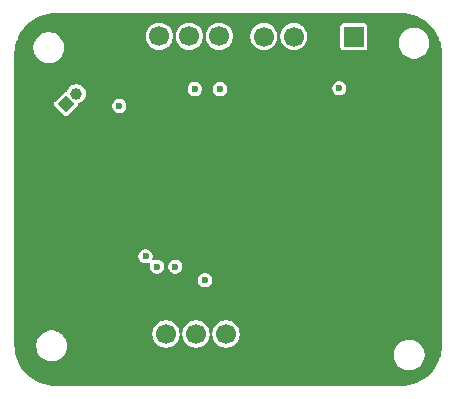
<source format=gbr>
%TF.GenerationSoftware,KiCad,Pcbnew,9.0.7-9.0.7~ubuntu24.04.1*%
%TF.CreationDate,2026-02-28T14:15:44+03:00*%
%TF.ProjectId,Kiicad_project,4b696963-6164-45f7-9072-6f6a6563742e,rev?*%
%TF.SameCoordinates,Original*%
%TF.FileFunction,Copper,L3,Inr*%
%TF.FilePolarity,Positive*%
%FSLAX46Y46*%
G04 Gerber Fmt 4.6, Leading zero omitted, Abs format (unit mm)*
G04 Created by KiCad (PCBNEW 9.0.7-9.0.7~ubuntu24.04.1) date 2026-02-28 14:15:44*
%MOMM*%
%LPD*%
G01*
G04 APERTURE LIST*
G04 Aperture macros list*
%AMRotRect*
0 Rectangle, with rotation*
0 The origin of the aperture is its center*
0 $1 length*
0 $2 width*
0 $3 Rotation angle, in degrees counterclockwise*
0 Add horizontal line*
21,1,$1,$2,0,0,$3*%
G04 Aperture macros list end*
%TA.AperFunction,ComponentPad*%
%ADD10RotRect,1.000000X1.000000X135.000000*%
%TD*%
%TA.AperFunction,ComponentPad*%
%ADD11C,1.000000*%
%TD*%
%TA.AperFunction,ComponentPad*%
%ADD12R,1.700000X1.700000*%
%TD*%
%TA.AperFunction,ComponentPad*%
%ADD13C,1.700000*%
%TD*%
%TA.AperFunction,ViaPad*%
%ADD14C,0.600000*%
%TD*%
G04 APERTURE END LIST*
D10*
%TO.N,+3.3V*%
%TO.C,J4*%
X54078949Y-68171051D03*
D11*
%TO.N,/BOOT*%
X54976975Y-67273025D03*
%TO.N,GND*%
X55875000Y-66375000D03*
%TD*%
D12*
%TO.N,GND*%
%TO.C,J3*%
X59445001Y-62425000D03*
D13*
%TO.N,+3.3V*%
X61985001Y-62425000D03*
%TO.N,/I2C_SDA*%
X64525000Y-62425000D03*
%TO.N,/I2C_SCL*%
X67065001Y-62425000D03*
%TD*%
D12*
%TO.N,GND*%
%TO.C,J2*%
X70185000Y-87625000D03*
D13*
%TO.N,+3.3V*%
X67645000Y-87625000D03*
%TO.N,/UART_RX*%
X65105001Y-87625000D03*
%TO.N,/UART_TX*%
X62565000Y-87625000D03*
%TD*%
D12*
%TO.N,+3.3V*%
%TO.C,J5*%
X78465000Y-62450000D03*
D13*
%TO.N,GND*%
X75925000Y-62450000D03*
%TO.N,/SWDIO*%
X73385001Y-62450000D03*
%TO.N,/SWCLK*%
X70845000Y-62450000D03*
%TD*%
D14*
%TO.N,GND*%
X79050000Y-76825000D03*
X75875000Y-64700000D03*
X51800000Y-70850000D03*
X59775000Y-77275000D03*
X68750000Y-81200000D03*
%TO.N,+3.3V*%
X58600000Y-68325000D03*
X65000001Y-66875000D03*
X67125001Y-66875000D03*
X77225000Y-66825000D03*
X65865000Y-83065000D03*
X60825000Y-81050000D03*
%TO.N,GND*%
X79950000Y-81475000D03*
X70375000Y-65125000D03*
X65050000Y-76450000D03*
X58175000Y-78275000D03*
X75100000Y-73100000D03*
X67325000Y-75500000D03*
X80600000Y-82100000D03*
X55025000Y-76150000D03*
X79875000Y-80550000D03*
X59375000Y-64950000D03*
X69850000Y-77875000D03*
X65675000Y-72325000D03*
X60875000Y-73375000D03*
X68900000Y-73825000D03*
X54100000Y-79525000D03*
X55600000Y-74375000D03*
X80000000Y-67500000D03*
X80000000Y-72625000D03*
X70400000Y-84850000D03*
X81675000Y-80600000D03*
X68550000Y-76725000D03*
X69900000Y-75200000D03*
X57996142Y-75051777D03*
%TO.N,/NRST*%
X61800000Y-81925000D03*
X63350000Y-81925000D03*
%TD*%
%TA.AperFunction,Conductor*%
%TO.N,GND*%
G36*
X82452421Y-60450619D02*
G01*
X82481158Y-60452030D01*
X82788173Y-60467113D01*
X82797815Y-60468063D01*
X83127915Y-60517029D01*
X83137421Y-60518919D01*
X83461144Y-60600008D01*
X83470415Y-60602820D01*
X83784625Y-60715246D01*
X83793594Y-60718961D01*
X84095263Y-60861640D01*
X84103826Y-60866218D01*
X84390049Y-61037773D01*
X84398127Y-61043171D01*
X84666150Y-61241951D01*
X84673660Y-61248114D01*
X84920921Y-61472218D01*
X84927781Y-61479078D01*
X84973942Y-61530009D01*
X85151885Y-61726339D01*
X85158048Y-61733849D01*
X85356828Y-62001872D01*
X85362226Y-62009950D01*
X85533781Y-62296173D01*
X85538361Y-62304741D01*
X85681036Y-62606402D01*
X85684754Y-62615378D01*
X85797175Y-62929571D01*
X85799995Y-62938868D01*
X85881077Y-63262567D01*
X85882972Y-63272096D01*
X85931934Y-63602170D01*
X85932887Y-63611838D01*
X85949381Y-63947577D01*
X85949500Y-63952435D01*
X85949500Y-88522564D01*
X85949381Y-88527422D01*
X85932887Y-88863161D01*
X85931934Y-88872829D01*
X85882972Y-89202903D01*
X85881077Y-89212432D01*
X85799995Y-89536131D01*
X85797175Y-89545428D01*
X85684754Y-89859621D01*
X85681036Y-89868597D01*
X85538361Y-90170258D01*
X85533781Y-90178826D01*
X85362226Y-90465049D01*
X85356828Y-90473127D01*
X85158048Y-90741150D01*
X85151885Y-90748660D01*
X84927786Y-90995916D01*
X84920916Y-91002786D01*
X84673660Y-91226885D01*
X84666150Y-91233048D01*
X84398127Y-91431828D01*
X84390049Y-91437226D01*
X84103826Y-91608781D01*
X84095258Y-91613361D01*
X83793597Y-91756036D01*
X83784621Y-91759754D01*
X83470428Y-91872175D01*
X83461131Y-91874995D01*
X83137432Y-91956077D01*
X83127903Y-91957972D01*
X82797829Y-92006934D01*
X82788161Y-92007887D01*
X82452422Y-92024381D01*
X82447564Y-92024500D01*
X53227436Y-92024500D01*
X53222578Y-92024381D01*
X52886838Y-92007887D01*
X52877170Y-92006934D01*
X52547096Y-91957972D01*
X52537567Y-91956077D01*
X52213868Y-91874995D01*
X52204571Y-91872175D01*
X51890378Y-91759754D01*
X51881402Y-91756036D01*
X51579741Y-91613361D01*
X51571173Y-91608781D01*
X51284950Y-91437226D01*
X51276872Y-91431828D01*
X51008849Y-91233048D01*
X51001339Y-91226885D01*
X50754083Y-91002786D01*
X50747218Y-90995921D01*
X50523114Y-90748660D01*
X50516951Y-90741150D01*
X50318171Y-90473127D01*
X50312773Y-90465049D01*
X50183223Y-90248908D01*
X50141216Y-90178823D01*
X50136638Y-90170258D01*
X50005730Y-89893477D01*
X49993961Y-89868594D01*
X49990245Y-89859621D01*
X49946473Y-89737287D01*
X49877820Y-89545415D01*
X49875008Y-89536144D01*
X49793919Y-89212421D01*
X49792029Y-89202915D01*
X49743063Y-88872815D01*
X49742113Y-88863173D01*
X49725619Y-88527421D01*
X49725502Y-88522644D01*
X51574500Y-88522644D01*
X51574500Y-88727355D01*
X51606521Y-88929529D01*
X51669780Y-89124219D01*
X51762712Y-89306609D01*
X51762714Y-89306613D01*
X51883029Y-89472213D01*
X51883031Y-89472215D01*
X51883034Y-89472219D01*
X52027781Y-89616966D01*
X52027784Y-89616968D01*
X52027786Y-89616970D01*
X52193386Y-89737285D01*
X52193390Y-89737287D01*
X52375781Y-89830220D01*
X52570466Y-89893477D01*
X52570467Y-89893477D01*
X52570470Y-89893478D01*
X52772645Y-89925500D01*
X52772648Y-89925500D01*
X52977355Y-89925500D01*
X53179529Y-89893478D01*
X53179530Y-89893477D01*
X53179534Y-89893477D01*
X53374219Y-89830220D01*
X53556610Y-89737287D01*
X53722219Y-89616966D01*
X53866966Y-89472219D01*
X53987287Y-89306610D01*
X53991855Y-89297644D01*
X81849500Y-89297644D01*
X81849500Y-89502355D01*
X81881521Y-89704529D01*
X81944780Y-89899219D01*
X82037712Y-90081609D01*
X82037714Y-90081613D01*
X82158029Y-90247213D01*
X82158031Y-90247215D01*
X82158034Y-90247219D01*
X82302781Y-90391966D01*
X82302784Y-90391968D01*
X82302786Y-90391970D01*
X82468386Y-90512285D01*
X82468390Y-90512287D01*
X82650781Y-90605220D01*
X82845466Y-90668477D01*
X82845467Y-90668477D01*
X82845470Y-90668478D01*
X83047645Y-90700500D01*
X83047648Y-90700500D01*
X83252355Y-90700500D01*
X83454529Y-90668478D01*
X83454530Y-90668477D01*
X83454534Y-90668477D01*
X83649219Y-90605220D01*
X83831610Y-90512287D01*
X83997219Y-90391966D01*
X84141966Y-90247219D01*
X84262287Y-90081610D01*
X84355220Y-89899219D01*
X84418477Y-89704534D01*
X84432347Y-89616966D01*
X84450500Y-89502355D01*
X84450500Y-89297644D01*
X84418478Y-89095470D01*
X84364562Y-88929534D01*
X84355220Y-88900781D01*
X84262287Y-88718390D01*
X84262285Y-88718386D01*
X84141970Y-88552786D01*
X84141968Y-88552784D01*
X84141966Y-88552781D01*
X83997219Y-88408034D01*
X83997215Y-88408031D01*
X83997213Y-88408029D01*
X83831613Y-88287714D01*
X83831609Y-88287712D01*
X83649219Y-88194780D01*
X83454529Y-88131521D01*
X83252355Y-88099500D01*
X83252352Y-88099500D01*
X83047648Y-88099500D01*
X83047645Y-88099500D01*
X82845470Y-88131521D01*
X82650780Y-88194780D01*
X82468390Y-88287712D01*
X82468386Y-88287714D01*
X82302786Y-88408029D01*
X82158029Y-88552786D01*
X82037714Y-88718386D01*
X82037712Y-88718390D01*
X81944780Y-88900780D01*
X81881521Y-89095470D01*
X81849500Y-89297644D01*
X53991855Y-89297644D01*
X54080220Y-89124219D01*
X54143477Y-88929534D01*
X54148031Y-88900781D01*
X54175500Y-88727355D01*
X54175500Y-88522644D01*
X54143478Y-88320470D01*
X54132835Y-88287713D01*
X54080220Y-88125781D01*
X53987287Y-87943390D01*
X53987285Y-87943386D01*
X53866970Y-87777786D01*
X53866968Y-87777784D01*
X53866966Y-87777781D01*
X53722219Y-87633034D01*
X53722215Y-87633031D01*
X53722213Y-87633029D01*
X53691420Y-87610657D01*
X53586530Y-87534450D01*
X61414500Y-87534450D01*
X61414500Y-87715549D01*
X61442828Y-87894406D01*
X61498788Y-88066637D01*
X61564080Y-88194780D01*
X61581004Y-88227994D01*
X61687447Y-88374501D01*
X61815499Y-88502553D01*
X61962006Y-88608996D01*
X62123361Y-88691211D01*
X62295591Y-88747171D01*
X62367136Y-88758502D01*
X62474451Y-88775500D01*
X62474454Y-88775500D01*
X62655549Y-88775500D01*
X62744977Y-88761335D01*
X62834409Y-88747171D01*
X63006639Y-88691211D01*
X63167994Y-88608996D01*
X63314501Y-88502553D01*
X63442553Y-88374501D01*
X63548996Y-88227994D01*
X63631211Y-88066639D01*
X63687171Y-87894409D01*
X63715500Y-87715546D01*
X63715500Y-87534454D01*
X63715500Y-87534450D01*
X63954501Y-87534450D01*
X63954501Y-87715549D01*
X63982829Y-87894406D01*
X64038789Y-88066637D01*
X64104081Y-88194780D01*
X64121005Y-88227994D01*
X64227448Y-88374501D01*
X64355500Y-88502553D01*
X64502007Y-88608996D01*
X64663362Y-88691211D01*
X64835592Y-88747171D01*
X64907137Y-88758502D01*
X65014452Y-88775500D01*
X65014455Y-88775500D01*
X65195550Y-88775500D01*
X65284978Y-88761335D01*
X65374410Y-88747171D01*
X65546640Y-88691211D01*
X65707995Y-88608996D01*
X65854502Y-88502553D01*
X65982554Y-88374501D01*
X66088997Y-88227994D01*
X66171212Y-88066639D01*
X66227172Y-87894409D01*
X66255501Y-87715546D01*
X66255501Y-87534454D01*
X66255501Y-87534450D01*
X66494500Y-87534450D01*
X66494500Y-87715549D01*
X66522828Y-87894406D01*
X66578788Y-88066637D01*
X66644080Y-88194780D01*
X66661004Y-88227994D01*
X66767447Y-88374501D01*
X66895499Y-88502553D01*
X67042006Y-88608996D01*
X67203361Y-88691211D01*
X67375591Y-88747171D01*
X67447136Y-88758502D01*
X67554451Y-88775500D01*
X67554454Y-88775500D01*
X67735549Y-88775500D01*
X67824977Y-88761335D01*
X67914409Y-88747171D01*
X68086639Y-88691211D01*
X68247994Y-88608996D01*
X68394501Y-88502553D01*
X68522553Y-88374501D01*
X68628996Y-88227994D01*
X68711211Y-88066639D01*
X68767171Y-87894409D01*
X68795500Y-87715546D01*
X68795500Y-87534454D01*
X68795500Y-87534450D01*
X68776614Y-87415212D01*
X68767171Y-87355591D01*
X68711211Y-87183361D01*
X68628996Y-87022006D01*
X68522553Y-86875499D01*
X68394501Y-86747447D01*
X68247994Y-86641004D01*
X68247993Y-86641003D01*
X68247991Y-86641002D01*
X68086637Y-86558788D01*
X67914406Y-86502828D01*
X67735549Y-86474500D01*
X67735546Y-86474500D01*
X67554454Y-86474500D01*
X67554451Y-86474500D01*
X67375593Y-86502828D01*
X67203362Y-86558788D01*
X67042008Y-86641002D01*
X66968752Y-86694225D01*
X66895499Y-86747447D01*
X66767447Y-86875499D01*
X66714225Y-86948752D01*
X66661002Y-87022008D01*
X66578788Y-87183362D01*
X66522828Y-87355593D01*
X66494500Y-87534450D01*
X66255501Y-87534450D01*
X66236615Y-87415212D01*
X66227172Y-87355591D01*
X66171212Y-87183361D01*
X66088997Y-87022006D01*
X65982554Y-86875499D01*
X65854502Y-86747447D01*
X65707995Y-86641004D01*
X65707994Y-86641003D01*
X65707992Y-86641002D01*
X65546638Y-86558788D01*
X65374407Y-86502828D01*
X65195550Y-86474500D01*
X65195547Y-86474500D01*
X65014455Y-86474500D01*
X65014452Y-86474500D01*
X64835594Y-86502828D01*
X64663363Y-86558788D01*
X64502009Y-86641002D01*
X64428753Y-86694225D01*
X64355500Y-86747447D01*
X64227448Y-86875499D01*
X64174226Y-86948752D01*
X64121003Y-87022008D01*
X64038789Y-87183362D01*
X63982829Y-87355593D01*
X63954501Y-87534450D01*
X63715500Y-87534450D01*
X63696614Y-87415212D01*
X63687171Y-87355591D01*
X63631211Y-87183361D01*
X63548996Y-87022006D01*
X63442553Y-86875499D01*
X63314501Y-86747447D01*
X63167994Y-86641004D01*
X63167993Y-86641003D01*
X63167991Y-86641002D01*
X63006637Y-86558788D01*
X62834406Y-86502828D01*
X62655549Y-86474500D01*
X62655546Y-86474500D01*
X62474454Y-86474500D01*
X62474451Y-86474500D01*
X62295593Y-86502828D01*
X62123362Y-86558788D01*
X61962008Y-86641002D01*
X61888752Y-86694225D01*
X61815499Y-86747447D01*
X61687447Y-86875499D01*
X61634225Y-86948752D01*
X61581002Y-87022008D01*
X61498788Y-87183362D01*
X61442828Y-87355593D01*
X61414500Y-87534450D01*
X53586530Y-87534450D01*
X53556613Y-87512714D01*
X53556609Y-87512712D01*
X53374219Y-87419780D01*
X53179529Y-87356521D01*
X52977355Y-87324500D01*
X52977352Y-87324500D01*
X52772648Y-87324500D01*
X52772645Y-87324500D01*
X52570470Y-87356521D01*
X52375780Y-87419780D01*
X52193390Y-87512712D01*
X52193386Y-87512714D01*
X52027786Y-87633029D01*
X51883029Y-87777786D01*
X51762714Y-87943386D01*
X51762712Y-87943390D01*
X51669780Y-88125780D01*
X51606521Y-88320470D01*
X51574500Y-88522644D01*
X49725502Y-88522644D01*
X49725500Y-88522564D01*
X49725500Y-82985943D01*
X65264500Y-82985943D01*
X65264500Y-83144057D01*
X65305423Y-83296784D01*
X65384480Y-83433716D01*
X65496284Y-83545520D01*
X65633216Y-83624577D01*
X65785943Y-83665500D01*
X65785945Y-83665500D01*
X65944055Y-83665500D01*
X65944057Y-83665500D01*
X66096784Y-83624577D01*
X66233716Y-83545520D01*
X66345520Y-83433716D01*
X66424577Y-83296784D01*
X66465500Y-83144057D01*
X66465500Y-82985943D01*
X66424577Y-82833216D01*
X66345520Y-82696284D01*
X66233716Y-82584480D01*
X66096784Y-82505423D01*
X65944057Y-82464500D01*
X65785943Y-82464500D01*
X65633216Y-82505423D01*
X65496284Y-82584480D01*
X65384480Y-82696284D01*
X65305423Y-82833216D01*
X65264500Y-82985943D01*
X49725500Y-82985943D01*
X49725500Y-80970943D01*
X60224500Y-80970943D01*
X60224500Y-81129057D01*
X60265423Y-81281784D01*
X60344480Y-81418716D01*
X60456284Y-81530520D01*
X60593216Y-81609577D01*
X60745943Y-81650500D01*
X60745945Y-81650500D01*
X60904055Y-81650500D01*
X60904057Y-81650500D01*
X61056784Y-81609577D01*
X61093558Y-81588345D01*
X61153405Y-81575624D01*
X61209300Y-81600510D01*
X61239893Y-81653498D01*
X61238684Y-81699705D01*
X61199500Y-81845943D01*
X61199500Y-82004057D01*
X61240423Y-82156784D01*
X61319480Y-82293716D01*
X61431284Y-82405520D01*
X61568216Y-82484577D01*
X61720943Y-82525500D01*
X61720945Y-82525500D01*
X61879055Y-82525500D01*
X61879057Y-82525500D01*
X62031784Y-82484577D01*
X62168716Y-82405520D01*
X62280520Y-82293716D01*
X62359577Y-82156784D01*
X62400500Y-82004057D01*
X62400500Y-81845943D01*
X62749500Y-81845943D01*
X62749500Y-82004057D01*
X62790423Y-82156784D01*
X62869480Y-82293716D01*
X62981284Y-82405520D01*
X63118216Y-82484577D01*
X63270943Y-82525500D01*
X63270945Y-82525500D01*
X63429055Y-82525500D01*
X63429057Y-82525500D01*
X63581784Y-82484577D01*
X63718716Y-82405520D01*
X63830520Y-82293716D01*
X63909577Y-82156784D01*
X63950500Y-82004057D01*
X63950500Y-81845943D01*
X63909577Y-81693216D01*
X63830520Y-81556284D01*
X63718716Y-81444480D01*
X63581784Y-81365423D01*
X63429057Y-81324500D01*
X63270943Y-81324500D01*
X63118216Y-81365423D01*
X62981284Y-81444480D01*
X62869480Y-81556284D01*
X62790423Y-81693216D01*
X62749500Y-81845943D01*
X62400500Y-81845943D01*
X62359577Y-81693216D01*
X62280520Y-81556284D01*
X62168716Y-81444480D01*
X62031784Y-81365423D01*
X61879057Y-81324500D01*
X61720943Y-81324500D01*
X61619125Y-81351782D01*
X61568215Y-81365423D01*
X61531440Y-81386655D01*
X61471592Y-81399374D01*
X61415697Y-81374487D01*
X61385105Y-81321498D01*
X61386314Y-81275298D01*
X61425500Y-81129057D01*
X61425500Y-80970943D01*
X61384577Y-80818216D01*
X61305520Y-80681284D01*
X61193716Y-80569480D01*
X61056784Y-80490423D01*
X60904057Y-80449500D01*
X60745943Y-80449500D01*
X60593216Y-80490423D01*
X60456284Y-80569480D01*
X60344480Y-80681284D01*
X60265423Y-80818216D01*
X60224500Y-80970943D01*
X49725500Y-80970943D01*
X49725500Y-68114879D01*
X53071342Y-68114879D01*
X53071342Y-68227225D01*
X53111926Y-68331983D01*
X53114232Y-68334895D01*
X53127632Y-68351812D01*
X53898188Y-69122366D01*
X53918016Y-69138073D01*
X54022776Y-69178658D01*
X54022777Y-69178658D01*
X54135121Y-69178658D01*
X54135122Y-69178658D01*
X54239882Y-69138073D01*
X54259710Y-69122368D01*
X55030264Y-68351812D01*
X55045971Y-68331984D01*
X55079304Y-68245943D01*
X57999500Y-68245943D01*
X57999500Y-68404057D01*
X58040423Y-68556784D01*
X58119480Y-68693716D01*
X58231284Y-68805520D01*
X58368216Y-68884577D01*
X58520943Y-68925500D01*
X58520945Y-68925500D01*
X58679055Y-68925500D01*
X58679057Y-68925500D01*
X58831784Y-68884577D01*
X58968716Y-68805520D01*
X59080520Y-68693716D01*
X59159577Y-68556784D01*
X59200500Y-68404057D01*
X59200500Y-68245943D01*
X59159577Y-68093216D01*
X59080520Y-67956284D01*
X58968716Y-67844480D01*
X58831784Y-67765423D01*
X58679057Y-67724500D01*
X58520943Y-67724500D01*
X58368216Y-67765423D01*
X58231284Y-67844480D01*
X58119480Y-67956284D01*
X58040423Y-68093216D01*
X57999500Y-68245943D01*
X55079304Y-68245943D01*
X55086556Y-68227224D01*
X55086556Y-68148351D01*
X55086558Y-68148034D01*
X55096088Y-68119319D01*
X55105463Y-68090466D01*
X55105728Y-68090273D01*
X55105831Y-68089964D01*
X55130368Y-68072370D01*
X55154963Y-68054502D01*
X55155478Y-68054367D01*
X55155556Y-68054312D01*
X55155688Y-68054312D01*
X55166235Y-68051561D01*
X55210472Y-68042762D01*
X55356154Y-67982419D01*
X55487264Y-67894814D01*
X55598764Y-67783314D01*
X55686369Y-67652204D01*
X55746712Y-67506522D01*
X55777475Y-67351867D01*
X55777475Y-67194183D01*
X55746712Y-67039528D01*
X55686369Y-66893846D01*
X55686365Y-66893838D01*
X55653368Y-66844456D01*
X55638327Y-66821947D01*
X55620952Y-66795943D01*
X64399501Y-66795943D01*
X64399501Y-66954057D01*
X64440424Y-67106784D01*
X64519481Y-67243716D01*
X64631285Y-67355520D01*
X64768217Y-67434577D01*
X64920944Y-67475500D01*
X64920946Y-67475500D01*
X65079056Y-67475500D01*
X65079058Y-67475500D01*
X65231785Y-67434577D01*
X65368717Y-67355520D01*
X65480521Y-67243716D01*
X65559578Y-67106784D01*
X65600501Y-66954057D01*
X65600501Y-66795943D01*
X66524501Y-66795943D01*
X66524501Y-66954057D01*
X66565424Y-67106784D01*
X66644481Y-67243716D01*
X66756285Y-67355520D01*
X66893217Y-67434577D01*
X67045944Y-67475500D01*
X67045946Y-67475500D01*
X67204056Y-67475500D01*
X67204058Y-67475500D01*
X67356785Y-67434577D01*
X67493717Y-67355520D01*
X67605521Y-67243716D01*
X67684578Y-67106784D01*
X67725501Y-66954057D01*
X67725501Y-66795943D01*
X67712104Y-66745943D01*
X76624500Y-66745943D01*
X76624500Y-66904057D01*
X76665423Y-67056784D01*
X76744480Y-67193716D01*
X76856284Y-67305520D01*
X76993216Y-67384577D01*
X77145943Y-67425500D01*
X77145945Y-67425500D01*
X77304055Y-67425500D01*
X77304057Y-67425500D01*
X77456784Y-67384577D01*
X77593716Y-67305520D01*
X77705520Y-67193716D01*
X77784577Y-67056784D01*
X77825500Y-66904057D01*
X77825500Y-66745943D01*
X77784577Y-66593216D01*
X77705520Y-66456284D01*
X77593716Y-66344480D01*
X77456784Y-66265423D01*
X77304057Y-66224500D01*
X77145943Y-66224500D01*
X76993216Y-66265423D01*
X76856284Y-66344480D01*
X76744480Y-66456284D01*
X76665423Y-66593216D01*
X76624500Y-66745943D01*
X67712104Y-66745943D01*
X67684578Y-66643216D01*
X67605521Y-66506284D01*
X67493717Y-66394480D01*
X67356785Y-66315423D01*
X67204058Y-66274500D01*
X67045944Y-66274500D01*
X66893217Y-66315423D01*
X66756285Y-66394480D01*
X66644481Y-66506284D01*
X66565424Y-66643216D01*
X66524501Y-66795943D01*
X65600501Y-66795943D01*
X65559578Y-66643216D01*
X65480521Y-66506284D01*
X65368717Y-66394480D01*
X65231785Y-66315423D01*
X65079058Y-66274500D01*
X64920944Y-66274500D01*
X64768217Y-66315423D01*
X64631285Y-66394480D01*
X64519481Y-66506284D01*
X64440424Y-66643216D01*
X64399501Y-66795943D01*
X55620952Y-66795943D01*
X55598764Y-66762736D01*
X55487264Y-66651236D01*
X55435034Y-66616337D01*
X55356160Y-66563634D01*
X55356149Y-66563628D01*
X55210472Y-66503288D01*
X55055819Y-66472525D01*
X55055817Y-66472525D01*
X54898133Y-66472525D01*
X54898130Y-66472525D01*
X54743478Y-66503288D01*
X54743476Y-66503288D01*
X54597800Y-66563628D01*
X54597789Y-66563634D01*
X54466686Y-66651236D01*
X54466682Y-66651239D01*
X54355189Y-66762732D01*
X54355186Y-66762736D01*
X54267584Y-66893839D01*
X54267578Y-66893850D01*
X54207238Y-67039526D01*
X54198440Y-67083759D01*
X54168543Y-67137142D01*
X54112978Y-67162758D01*
X54101342Y-67163444D01*
X54022774Y-67163444D01*
X53918016Y-67204028D01*
X53904010Y-67215122D01*
X53898188Y-67219734D01*
X53898186Y-67219735D01*
X53898186Y-67219736D01*
X53898182Y-67219739D01*
X53127639Y-67990284D01*
X53127627Y-67990298D01*
X53111928Y-68010115D01*
X53111925Y-68010121D01*
X53071343Y-68114873D01*
X53071342Y-68114879D01*
X49725500Y-68114879D01*
X49725500Y-63952435D01*
X49725619Y-63947578D01*
X49730549Y-63847219D01*
X49742113Y-63611824D01*
X49743063Y-63602186D01*
X49791945Y-63272644D01*
X51324500Y-63272644D01*
X51324500Y-63477355D01*
X51356521Y-63679529D01*
X51419780Y-63874219D01*
X51512712Y-64056609D01*
X51512714Y-64056613D01*
X51633029Y-64222213D01*
X51633031Y-64222215D01*
X51633034Y-64222219D01*
X51777781Y-64366966D01*
X51777784Y-64366968D01*
X51777786Y-64366970D01*
X51943386Y-64487285D01*
X51943390Y-64487287D01*
X52125781Y-64580220D01*
X52320466Y-64643477D01*
X52320467Y-64643477D01*
X52320470Y-64643478D01*
X52522645Y-64675500D01*
X52522648Y-64675500D01*
X52727355Y-64675500D01*
X52929529Y-64643478D01*
X52929530Y-64643477D01*
X52929534Y-64643477D01*
X53124219Y-64580220D01*
X53306610Y-64487287D01*
X53472219Y-64366966D01*
X53616966Y-64222219D01*
X53737287Y-64056610D01*
X53830220Y-63874219D01*
X53893477Y-63679534D01*
X53904967Y-63606989D01*
X53925500Y-63477355D01*
X53925500Y-63272644D01*
X53893478Y-63070470D01*
X53850718Y-62938868D01*
X53830220Y-62875781D01*
X53737287Y-62693390D01*
X53737285Y-62693386D01*
X53616970Y-62527786D01*
X53616968Y-62527784D01*
X53616966Y-62527781D01*
X53472219Y-62383034D01*
X53472215Y-62383031D01*
X53472213Y-62383029D01*
X53405349Y-62334450D01*
X60834501Y-62334450D01*
X60834501Y-62515549D01*
X60862829Y-62694406D01*
X60918789Y-62866637D01*
X60950855Y-62929571D01*
X61001005Y-63027994D01*
X61107448Y-63174501D01*
X61235500Y-63302553D01*
X61382007Y-63408996D01*
X61543362Y-63491211D01*
X61715592Y-63547171D01*
X61787137Y-63558502D01*
X61894452Y-63575500D01*
X61894455Y-63575500D01*
X62075550Y-63575500D01*
X62164978Y-63561335D01*
X62254410Y-63547171D01*
X62426640Y-63491211D01*
X62587995Y-63408996D01*
X62734502Y-63302553D01*
X62862554Y-63174501D01*
X62968997Y-63027994D01*
X63051212Y-62866639D01*
X63107172Y-62694409D01*
X63131541Y-62540549D01*
X63135501Y-62515549D01*
X63135501Y-62334450D01*
X63374500Y-62334450D01*
X63374500Y-62515549D01*
X63402828Y-62694406D01*
X63458788Y-62866637D01*
X63490854Y-62929571D01*
X63541004Y-63027994D01*
X63647447Y-63174501D01*
X63775499Y-63302553D01*
X63922006Y-63408996D01*
X64083361Y-63491211D01*
X64255591Y-63547171D01*
X64327136Y-63558502D01*
X64434451Y-63575500D01*
X64434454Y-63575500D01*
X64615549Y-63575500D01*
X64704977Y-63561335D01*
X64794409Y-63547171D01*
X64966639Y-63491211D01*
X65127994Y-63408996D01*
X65274501Y-63302553D01*
X65402553Y-63174501D01*
X65508996Y-63027994D01*
X65591211Y-62866639D01*
X65647171Y-62694409D01*
X65671540Y-62540549D01*
X65675500Y-62515549D01*
X65675500Y-62334450D01*
X65914501Y-62334450D01*
X65914501Y-62515549D01*
X65942829Y-62694406D01*
X65998789Y-62866637D01*
X66030855Y-62929571D01*
X66081005Y-63027994D01*
X66187448Y-63174501D01*
X66315500Y-63302553D01*
X66462007Y-63408996D01*
X66623362Y-63491211D01*
X66795592Y-63547171D01*
X66867137Y-63558502D01*
X66974452Y-63575500D01*
X66974455Y-63575500D01*
X67155550Y-63575500D01*
X67244978Y-63561335D01*
X67334410Y-63547171D01*
X67506640Y-63491211D01*
X67667995Y-63408996D01*
X67814502Y-63302553D01*
X67942554Y-63174501D01*
X68048997Y-63027994D01*
X68131212Y-62866639D01*
X68187172Y-62694409D01*
X68211541Y-62540549D01*
X68215501Y-62515549D01*
X68215501Y-62359450D01*
X69694500Y-62359450D01*
X69694500Y-62540549D01*
X69722828Y-62719406D01*
X69778788Y-62891637D01*
X69848265Y-63027994D01*
X69861004Y-63052994D01*
X69967447Y-63199501D01*
X70095499Y-63327553D01*
X70242006Y-63433996D01*
X70403361Y-63516211D01*
X70575591Y-63572171D01*
X70647136Y-63583502D01*
X70754451Y-63600500D01*
X70754454Y-63600500D01*
X70935549Y-63600500D01*
X71024977Y-63586335D01*
X71114409Y-63572171D01*
X71286639Y-63516211D01*
X71447994Y-63433996D01*
X71594501Y-63327553D01*
X71722553Y-63199501D01*
X71828996Y-63052994D01*
X71911211Y-62891639D01*
X71967171Y-62719409D01*
X71984373Y-62610799D01*
X71995500Y-62540549D01*
X71995500Y-62359450D01*
X72234501Y-62359450D01*
X72234501Y-62540549D01*
X72262829Y-62719406D01*
X72318789Y-62891637D01*
X72388266Y-63027994D01*
X72401005Y-63052994D01*
X72507448Y-63199501D01*
X72635500Y-63327553D01*
X72782007Y-63433996D01*
X72943362Y-63516211D01*
X73115592Y-63572171D01*
X73187137Y-63583502D01*
X73294452Y-63600500D01*
X73294455Y-63600500D01*
X73475550Y-63600500D01*
X73564978Y-63586335D01*
X73654410Y-63572171D01*
X73826640Y-63516211D01*
X73987995Y-63433996D01*
X74134502Y-63327553D01*
X74262554Y-63199501D01*
X74368997Y-63052994D01*
X74451212Y-62891639D01*
X74507172Y-62719409D01*
X74524374Y-62610799D01*
X74535501Y-62540549D01*
X74535501Y-62359450D01*
X74507172Y-62180593D01*
X74507172Y-62180591D01*
X74451212Y-62008361D01*
X74368997Y-61847006D01*
X74262554Y-61700499D01*
X74134502Y-61572447D01*
X74110667Y-61555130D01*
X77314500Y-61555130D01*
X77314500Y-63344860D01*
X77314501Y-63344863D01*
X77317414Y-63369990D01*
X77334637Y-63408996D01*
X77362794Y-63472765D01*
X77442235Y-63552206D01*
X77545009Y-63597585D01*
X77570135Y-63600500D01*
X79359864Y-63600499D01*
X79384991Y-63597585D01*
X79487765Y-63552206D01*
X79567206Y-63472765D01*
X79612585Y-63369991D01*
X79615500Y-63344865D01*
X79615500Y-62897644D01*
X82249500Y-62897644D01*
X82249500Y-63102355D01*
X82281521Y-63304529D01*
X82344780Y-63499219D01*
X82437712Y-63681609D01*
X82437714Y-63681613D01*
X82558029Y-63847213D01*
X82558031Y-63847215D01*
X82558034Y-63847219D01*
X82702781Y-63991966D01*
X82702784Y-63991968D01*
X82702786Y-63991970D01*
X82868386Y-64112285D01*
X82868390Y-64112287D01*
X83050781Y-64205220D01*
X83245466Y-64268477D01*
X83245467Y-64268477D01*
X83245470Y-64268478D01*
X83447645Y-64300500D01*
X83447648Y-64300500D01*
X83652355Y-64300500D01*
X83854529Y-64268478D01*
X83854530Y-64268477D01*
X83854534Y-64268477D01*
X84049219Y-64205220D01*
X84231610Y-64112287D01*
X84397219Y-63991966D01*
X84541966Y-63847219D01*
X84662287Y-63681610D01*
X84755220Y-63499219D01*
X84818477Y-63304534D01*
X84818791Y-63302550D01*
X84850500Y-63102355D01*
X84850500Y-62897644D01*
X84818478Y-62695470D01*
X84818477Y-62695466D01*
X84755220Y-62500781D01*
X84662287Y-62318390D01*
X84662285Y-62318386D01*
X84541970Y-62152786D01*
X84541968Y-62152784D01*
X84541966Y-62152781D01*
X84397219Y-62008034D01*
X84397215Y-62008031D01*
X84397213Y-62008029D01*
X84231613Y-61887714D01*
X84231609Y-61887712D01*
X84049219Y-61794780D01*
X83854529Y-61731521D01*
X83652355Y-61699500D01*
X83652352Y-61699500D01*
X83447648Y-61699500D01*
X83447645Y-61699500D01*
X83245470Y-61731521D01*
X83050780Y-61794780D01*
X82868390Y-61887712D01*
X82868386Y-61887714D01*
X82702786Y-62008029D01*
X82558029Y-62152786D01*
X82437714Y-62318386D01*
X82437712Y-62318390D01*
X82344780Y-62500780D01*
X82281521Y-62695470D01*
X82249500Y-62897644D01*
X79615500Y-62897644D01*
X79615499Y-62383034D01*
X79615499Y-61555139D01*
X79615499Y-61555136D01*
X79612585Y-61530009D01*
X79567206Y-61427235D01*
X79487765Y-61347794D01*
X79384991Y-61302415D01*
X79384990Y-61302414D01*
X79384988Y-61302414D01*
X79359868Y-61299500D01*
X77570139Y-61299500D01*
X77570136Y-61299501D01*
X77545009Y-61302414D01*
X77442235Y-61347794D01*
X77362794Y-61427235D01*
X77317414Y-61530011D01*
X77314500Y-61555130D01*
X74110667Y-61555130D01*
X73987995Y-61466004D01*
X73987994Y-61466003D01*
X73987992Y-61466002D01*
X73826638Y-61383788D01*
X73654407Y-61327828D01*
X73475550Y-61299500D01*
X73475547Y-61299500D01*
X73294455Y-61299500D01*
X73294452Y-61299500D01*
X73115594Y-61327828D01*
X72943363Y-61383788D01*
X72782009Y-61466002D01*
X72768964Y-61475480D01*
X72635500Y-61572447D01*
X72507448Y-61700499D01*
X72484908Y-61731523D01*
X72401003Y-61847008D01*
X72318789Y-62008362D01*
X72262829Y-62180593D01*
X72234501Y-62359450D01*
X71995500Y-62359450D01*
X71967171Y-62180593D01*
X71967171Y-62180591D01*
X71911211Y-62008361D01*
X71828996Y-61847006D01*
X71722553Y-61700499D01*
X71594501Y-61572447D01*
X71447994Y-61466004D01*
X71447993Y-61466003D01*
X71447991Y-61466002D01*
X71286637Y-61383788D01*
X71114406Y-61327828D01*
X70935549Y-61299500D01*
X70935546Y-61299500D01*
X70754454Y-61299500D01*
X70754451Y-61299500D01*
X70575593Y-61327828D01*
X70403362Y-61383788D01*
X70242008Y-61466002D01*
X70228963Y-61475480D01*
X70095499Y-61572447D01*
X69967447Y-61700499D01*
X69944907Y-61731523D01*
X69861002Y-61847008D01*
X69778788Y-62008362D01*
X69722828Y-62180593D01*
X69694500Y-62359450D01*
X68215501Y-62359450D01*
X68215501Y-62334450D01*
X68191132Y-62180593D01*
X68187172Y-62155591D01*
X68131212Y-61983361D01*
X68048997Y-61822006D01*
X67942554Y-61675499D01*
X67814502Y-61547447D01*
X67667995Y-61441004D01*
X67667994Y-61441003D01*
X67667992Y-61441002D01*
X67506638Y-61358788D01*
X67334407Y-61302828D01*
X67155550Y-61274500D01*
X67155547Y-61274500D01*
X66974455Y-61274500D01*
X66974452Y-61274500D01*
X66795594Y-61302828D01*
X66623363Y-61358788D01*
X66462009Y-61441002D01*
X66409595Y-61479083D01*
X66315500Y-61547447D01*
X66187448Y-61675499D01*
X66134226Y-61748752D01*
X66081003Y-61822008D01*
X65998789Y-61983362D01*
X65942829Y-62155593D01*
X65914501Y-62334450D01*
X65675500Y-62334450D01*
X65651131Y-62180593D01*
X65647171Y-62155591D01*
X65591211Y-61983361D01*
X65508996Y-61822006D01*
X65402553Y-61675499D01*
X65274501Y-61547447D01*
X65127994Y-61441004D01*
X65127993Y-61441003D01*
X65127991Y-61441002D01*
X64966637Y-61358788D01*
X64794406Y-61302828D01*
X64615549Y-61274500D01*
X64615546Y-61274500D01*
X64434454Y-61274500D01*
X64434451Y-61274500D01*
X64255593Y-61302828D01*
X64083362Y-61358788D01*
X63922008Y-61441002D01*
X63869594Y-61479083D01*
X63775499Y-61547447D01*
X63647447Y-61675499D01*
X63594225Y-61748752D01*
X63541002Y-61822008D01*
X63458788Y-61983362D01*
X63402828Y-62155593D01*
X63374500Y-62334450D01*
X63135501Y-62334450D01*
X63111132Y-62180593D01*
X63107172Y-62155591D01*
X63051212Y-61983361D01*
X62968997Y-61822006D01*
X62862554Y-61675499D01*
X62734502Y-61547447D01*
X62587995Y-61441004D01*
X62587994Y-61441003D01*
X62587992Y-61441002D01*
X62426638Y-61358788D01*
X62254407Y-61302828D01*
X62075550Y-61274500D01*
X62075547Y-61274500D01*
X61894455Y-61274500D01*
X61894452Y-61274500D01*
X61715594Y-61302828D01*
X61543363Y-61358788D01*
X61382009Y-61441002D01*
X61329595Y-61479083D01*
X61235500Y-61547447D01*
X61107448Y-61675499D01*
X61054226Y-61748752D01*
X61001003Y-61822008D01*
X60918789Y-61983362D01*
X60862829Y-62155593D01*
X60834501Y-62334450D01*
X53405349Y-62334450D01*
X53306613Y-62262714D01*
X53306609Y-62262712D01*
X53124219Y-62169780D01*
X52929529Y-62106521D01*
X52727355Y-62074500D01*
X52727352Y-62074500D01*
X52522648Y-62074500D01*
X52522645Y-62074500D01*
X52320470Y-62106521D01*
X52125780Y-62169780D01*
X51943390Y-62262712D01*
X51943386Y-62262714D01*
X51777786Y-62383029D01*
X51633029Y-62527786D01*
X51512714Y-62693386D01*
X51512712Y-62693390D01*
X51419780Y-62875780D01*
X51356521Y-63070470D01*
X51324500Y-63272644D01*
X49791945Y-63272644D01*
X49792029Y-63272080D01*
X49793917Y-63262590D01*
X49875009Y-62938849D01*
X49877818Y-62929590D01*
X49990249Y-62615367D01*
X49993958Y-62606412D01*
X50136644Y-62304728D01*
X50141211Y-62296185D01*
X50312780Y-62009938D01*
X50318163Y-62001883D01*
X50516957Y-61733841D01*
X50523107Y-61726346D01*
X50747228Y-61479067D01*
X50754067Y-61472228D01*
X51001346Y-61248107D01*
X51008841Y-61241957D01*
X51276883Y-61043163D01*
X51284938Y-61037780D01*
X51571185Y-60866211D01*
X51579728Y-60861644D01*
X51881412Y-60718958D01*
X51890367Y-60715249D01*
X52204590Y-60602818D01*
X52213849Y-60600009D01*
X52537582Y-60518918D01*
X52547080Y-60517029D01*
X52877186Y-60468063D01*
X52886824Y-60467113D01*
X53195606Y-60451944D01*
X53222579Y-60450619D01*
X53227436Y-60450500D01*
X53290892Y-60450500D01*
X82384108Y-60450500D01*
X82447564Y-60450500D01*
X82452421Y-60450619D01*
G37*
%TD.AperFunction*%
%TD*%
M02*

</source>
